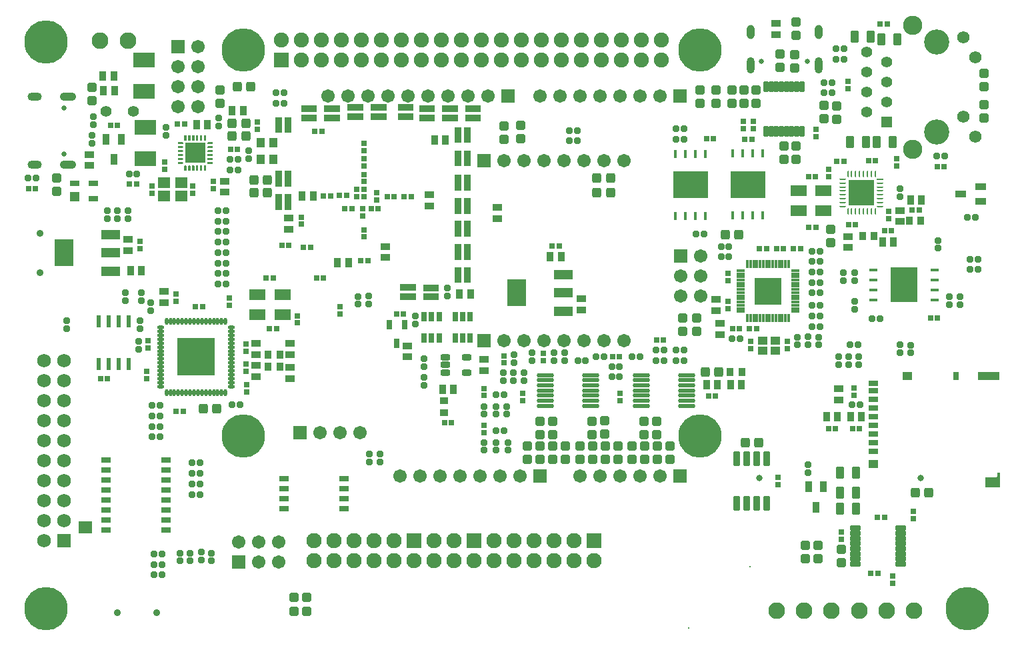
<source format=gbs>
G04*
G04 #@! TF.GenerationSoftware,Altium Limited,Altium Designer,23.10.1 (27)*
G04*
G04 Layer_Color=16711935*
%FSLAX44Y44*%
%MOMM*%
G71*
G04*
G04 #@! TF.SameCoordinates,1E8E639B-A9AB-46FE-9B68-82187C007E20*
G04*
G04*
G04 #@! TF.FilePolarity,Negative*
G04*
G01*
G75*
%ADD26R,0.8000X1.0000*%
%ADD51R,0.6000X1.5500*%
%ADD66R,0.7600X0.7600*%
%ADD67R,1.1532X0.9532*%
G04:AMPARAMS|DCode=74|XSize=0.8032mm|YSize=0.8032mm|CornerRadius=0.1616mm|HoleSize=0mm|Usage=FLASHONLY|Rotation=90.000|XOffset=0mm|YOffset=0mm|HoleType=Round|Shape=RoundedRectangle|*
%AMROUNDEDRECTD74*
21,1,0.8032,0.4800,0,0,90.0*
21,1,0.4800,0.8032,0,0,90.0*
1,1,0.3232,0.2400,0.2400*
1,1,0.3232,0.2400,-0.2400*
1,1,0.3232,-0.2400,-0.2400*
1,1,0.3232,-0.2400,0.2400*
%
%ADD74ROUNDEDRECTD74*%
%ADD75R,0.9532X1.1532*%
G04:AMPARAMS|DCode=82|XSize=0.8032mm|YSize=0.8032mm|CornerRadius=0.1616mm|HoleSize=0mm|Usage=FLASHONLY|Rotation=180.000|XOffset=0mm|YOffset=0mm|HoleType=Round|Shape=RoundedRectangle|*
%AMROUNDEDRECTD82*
21,1,0.8032,0.4800,0,0,180.0*
21,1,0.4800,0.8032,0,0,180.0*
1,1,0.3232,-0.2400,0.2400*
1,1,0.3232,0.2400,0.2400*
1,1,0.3232,0.2400,-0.2400*
1,1,0.3232,-0.2400,-0.2400*
%
%ADD82ROUNDEDRECTD82*%
%ADD83R,0.8382X1.4732*%
G04:AMPARAMS|DCode=85|XSize=1.2032mm|YSize=1.1032mm|CornerRadius=0.2141mm|HoleSize=0mm|Usage=FLASHONLY|Rotation=0.000|XOffset=0mm|YOffset=0mm|HoleType=Round|Shape=RoundedRectangle|*
%AMROUNDEDRECTD85*
21,1,1.2032,0.6750,0,0,0.0*
21,1,0.7750,1.1032,0,0,0.0*
1,1,0.4282,0.3875,-0.3375*
1,1,0.4282,-0.3875,-0.3375*
1,1,0.4282,-0.3875,0.3375*
1,1,0.4282,0.3875,0.3375*
%
%ADD85ROUNDEDRECTD85*%
%ADD87R,1.7032X1.7032*%
%ADD88C,1.7032*%
%ADD89C,0.9000*%
%ADD90C,0.8032*%
%ADD91C,0.5588*%
%ADD92C,5.5032*%
%ADD93C,1.3900*%
%ADD94C,1.9032*%
%ADD95C,2.1032*%
%ADD96C,1.9304*%
%ADD97C,1.4032*%
%ADD98C,1.7532*%
%ADD99C,1.5700*%
%ADD100R,1.7532X1.7532*%
%ADD101R,1.9032X1.9032*%
%ADD102R,1.8796X1.8796*%
%ADD103C,3.2000*%
%ADD104R,1.3900X1.3900*%
%ADD105C,2.4500*%
G04:AMPARAMS|DCode=106|XSize=1mm|YSize=1.8mm|CornerRadius=0.5mm|HoleSize=0mm|Usage=FLASHONLY|Rotation=180.000|XOffset=0mm|YOffset=0mm|HoleType=Round|Shape=RoundedRectangle|*
%AMROUNDEDRECTD106*
21,1,1.0000,0.8000,0,0,180.0*
21,1,0.0000,1.8000,0,0,180.0*
1,1,1.0000,0.0000,0.4000*
1,1,1.0000,0.0000,0.4000*
1,1,1.0000,0.0000,-0.4000*
1,1,1.0000,0.0000,-0.4000*
%
%ADD106ROUNDEDRECTD106*%
G04:AMPARAMS|DCode=107|XSize=1mm|YSize=2.1mm|CornerRadius=0.5mm|HoleSize=0mm|Usage=FLASHONLY|Rotation=180.000|XOffset=0mm|YOffset=0mm|HoleType=Round|Shape=RoundedRectangle|*
%AMROUNDEDRECTD107*
21,1,1.0000,1.1000,0,0,180.0*
21,1,0.0000,2.1000,0,0,180.0*
1,1,1.0000,0.0000,0.5500*
1,1,1.0000,0.0000,0.5500*
1,1,1.0000,0.0000,-0.5500*
1,1,1.0000,0.0000,-0.5500*
%
%ADD107ROUNDEDRECTD107*%
%ADD108C,0.6500*%
%ADD109R,1.7032X1.7032*%
%ADD110C,0.2032*%
%ADD111R,1.9304X1.9304*%
G04:AMPARAMS|DCode=112|XSize=1mm|YSize=2.1mm|CornerRadius=0.5mm|HoleSize=0mm|Usage=FLASHONLY|Rotation=270.000|XOffset=0mm|YOffset=0mm|HoleType=Round|Shape=RoundedRectangle|*
%AMROUNDEDRECTD112*
21,1,1.0000,1.1000,0,0,270.0*
21,1,0.0000,2.1000,0,0,270.0*
1,1,1.0000,-0.5500,0.0000*
1,1,1.0000,-0.5500,0.0000*
1,1,1.0000,0.5500,0.0000*
1,1,1.0000,0.5500,0.0000*
%
%ADD112ROUNDEDRECTD112*%
G04:AMPARAMS|DCode=113|XSize=1mm|YSize=1.8mm|CornerRadius=0.5mm|HoleSize=0mm|Usage=FLASHONLY|Rotation=270.000|XOffset=0mm|YOffset=0mm|HoleType=Round|Shape=RoundedRectangle|*
%AMROUNDEDRECTD113*
21,1,1.0000,0.8000,0,0,270.0*
21,1,0.0000,1.8000,0,0,270.0*
1,1,1.0000,-0.4000,0.0000*
1,1,1.0000,-0.4000,0.0000*
1,1,1.0000,0.4000,0.0000*
1,1,1.0000,0.4000,0.0000*
%
%ADD113ROUNDEDRECTD113*%
%ADD145R,1.2700X0.7600*%
G04:AMPARAMS|DCode=151|XSize=0.8078mm|YSize=0.2393mm|CornerRadius=0.1196mm|HoleSize=0mm|Usage=FLASHONLY|Rotation=180.000|XOffset=0mm|YOffset=0mm|HoleType=Round|Shape=RoundedRectangle|*
%AMROUNDEDRECTD151*
21,1,0.8078,0.0000,0,0,180.0*
21,1,0.5686,0.2393,0,0,180.0*
1,1,0.2393,-0.2843,0.0000*
1,1,0.2393,0.2843,0.0000*
1,1,0.2393,0.2843,0.0000*
1,1,0.2393,-0.2843,0.0000*
%
%ADD151ROUNDEDRECTD151*%
G04:AMPARAMS|DCode=152|XSize=0.2393mm|YSize=0.8078mm|CornerRadius=0.1196mm|HoleSize=0mm|Usage=FLASHONLY|Rotation=180.000|XOffset=0mm|YOffset=0mm|HoleType=Round|Shape=RoundedRectangle|*
%AMROUNDEDRECTD152*
21,1,0.2393,0.5686,0,0,180.0*
21,1,0.0000,0.8078,0,0,180.0*
1,1,0.2393,0.0000,0.2843*
1,1,0.2393,0.0000,0.2843*
1,1,0.2393,0.0000,-0.2843*
1,1,0.2393,0.0000,-0.2843*
%
%ADD152ROUNDEDRECTD152*%
%ADD153R,3.2000X3.2000*%
%ADD154R,4.4000X3.5000*%
G04:AMPARAMS|DCode=155|XSize=1.0611mm|YSize=0.3925mm|CornerRadius=0.1962mm|HoleSize=0mm|Usage=FLASHONLY|Rotation=90.000|XOffset=0mm|YOffset=0mm|HoleType=Round|Shape=RoundedRectangle|*
%AMROUNDEDRECTD155*
21,1,1.0611,0.0000,0,0,90.0*
21,1,0.6686,0.3925,0,0,90.0*
1,1,0.3925,0.0000,0.3343*
1,1,0.3925,0.0000,-0.3343*
1,1,0.3925,0.0000,-0.3343*
1,1,0.3925,0.0000,0.3343*
%
%ADD155ROUNDEDRECTD155*%
%ADD156R,3.5000X4.4000*%
G04:AMPARAMS|DCode=157|XSize=1.0611mm|YSize=0.3925mm|CornerRadius=0.1962mm|HoleSize=0mm|Usage=FLASHONLY|Rotation=0.000|XOffset=0mm|YOffset=0mm|HoleType=Round|Shape=RoundedRectangle|*
%AMROUNDEDRECTD157*
21,1,1.0611,0.0000,0,0,0.0*
21,1,0.6686,0.3925,0,0,0.0*
1,1,0.3925,0.3343,0.0000*
1,1,0.3925,-0.3343,0.0000*
1,1,0.3925,-0.3343,0.0000*
1,1,0.3925,0.3343,0.0000*
%
%ADD157ROUNDEDRECTD157*%
%ADD158R,2.8000X1.0000*%
%ADD159R,1.2000X1.0000*%
%ADD163C,1.1447*%
%ADD164R,1.2000X0.7000*%
%ADD168R,1.1000X1.3000*%
%ADD169R,2.5000X2.5000*%
%ADD178R,0.3925X1.0611*%
%ADD179R,1.0611X0.3925*%
%ADD180R,0.8078X0.2393*%
%ADD181C,0.2520*%
%ADD187R,1.8000X1.6000*%
%ADD188R,2.1032X1.4032*%
G04:AMPARAMS|DCode=189|XSize=1.2032mm|YSize=1.1032mm|CornerRadius=0.2141mm|HoleSize=0mm|Usage=FLASHONLY|Rotation=90.000|XOffset=0mm|YOffset=0mm|HoleType=Round|Shape=RoundedRectangle|*
%AMROUNDEDRECTD189*
21,1,1.2032,0.6750,0,0,90.0*
21,1,0.7750,1.1032,0,0,90.0*
1,1,0.4282,0.3375,0.3875*
1,1,0.4282,0.3375,-0.3875*
1,1,0.4282,-0.3375,-0.3875*
1,1,0.4282,-0.3375,0.3875*
%
%ADD189ROUNDEDRECTD189*%
%ADD190R,0.5032X0.8532*%
%ADD191R,0.7600X0.7600*%
G04:AMPARAMS|DCode=192|XSize=0.6032mm|YSize=1.4032mm|CornerRadius=0.1516mm|HoleSize=0mm|Usage=FLASHONLY|Rotation=90.000|XOffset=0mm|YOffset=0mm|HoleType=Round|Shape=RoundedRectangle|*
%AMROUNDEDRECTD192*
21,1,0.6032,1.1000,0,0,90.0*
21,1,0.3000,1.4032,0,0,90.0*
1,1,0.3032,0.5500,0.1500*
1,1,0.3032,0.5500,-0.1500*
1,1,0.3032,-0.5500,-0.1500*
1,1,0.3032,-0.5500,0.1500*
%
%ADD192ROUNDEDRECTD192*%
G04:AMPARAMS|DCode=193|XSize=1.5032mm|YSize=1.0032mm|CornerRadius=0.2016mm|HoleSize=0mm|Usage=FLASHONLY|Rotation=90.000|XOffset=0mm|YOffset=0mm|HoleType=Round|Shape=RoundedRectangle|*
%AMROUNDEDRECTD193*
21,1,1.5032,0.6000,0,0,90.0*
21,1,1.1000,1.0032,0,0,90.0*
1,1,0.4032,0.3000,0.5500*
1,1,0.4032,0.3000,-0.5500*
1,1,0.4032,-0.3000,-0.5500*
1,1,0.4032,-0.3000,0.5500*
%
%ADD193ROUNDEDRECTD193*%
%ADD194R,0.8032X1.2032*%
G04:AMPARAMS|DCode=195|XSize=1.2532mm|YSize=0.8032mm|CornerRadius=0.2516mm|HoleSize=0mm|Usage=FLASHONLY|Rotation=180.000|XOffset=0mm|YOffset=0mm|HoleType=Round|Shape=RoundedRectangle|*
%AMROUNDEDRECTD195*
21,1,1.2532,0.3000,0,0,180.0*
21,1,0.7500,0.8032,0,0,180.0*
1,1,0.5032,-0.3750,0.1500*
1,1,0.5032,0.3750,0.1500*
1,1,0.5032,0.3750,-0.1500*
1,1,0.5032,-0.3750,-0.1500*
%
%ADD195ROUNDEDRECTD195*%
%ADD196O,2.2032X0.5532*%
G04:AMPARAMS|DCode=197|XSize=0.6032mm|YSize=1.4032mm|CornerRadius=0.1516mm|HoleSize=0mm|Usage=FLASHONLY|Rotation=180.000|XOffset=0mm|YOffset=0mm|HoleType=Round|Shape=RoundedRectangle|*
%AMROUNDEDRECTD197*
21,1,0.6032,1.1000,0,0,180.0*
21,1,0.3000,1.4032,0,0,180.0*
1,1,0.3032,-0.1500,0.5500*
1,1,0.3032,0.1500,0.5500*
1,1,0.3032,0.1500,-0.5500*
1,1,0.3032,-0.1500,-0.5500*
%
%ADD197ROUNDEDRECTD197*%
%ADD198R,1.4032X0.8532*%
%ADD199R,3.4032X3.4032*%
%ADD200R,0.4032X1.0532*%
%ADD201R,1.1532X1.0032*%
%ADD202R,0.8532X1.4032*%
%ADD203R,2.3532X1.2032*%
G04:AMPARAMS|DCode=204|XSize=0.8532mm|YSize=1.8532mm|CornerRadius=0.1504mm|HoleSize=0mm|Usage=FLASHONLY|Rotation=0.000|XOffset=0mm|YOffset=0mm|HoleType=Round|Shape=RoundedRectangle|*
%AMROUNDEDRECTD204*
21,1,0.8532,1.5525,0,0,0.0*
21,1,0.5525,1.8532,0,0,0.0*
1,1,0.3007,0.2763,-0.7763*
1,1,0.3007,-0.2763,-0.7763*
1,1,0.3007,-0.2763,0.7763*
1,1,0.3007,0.2763,0.7763*
%
%ADD204ROUNDEDRECTD204*%
%ADD205R,1.6032X1.4032*%
%ADD206R,1.2032X1.2032*%
%ADD207O,0.9532X0.4532*%
%ADD208R,4.7032X4.7032*%
%ADD209O,0.4532X0.9532*%
%ADD210R,0.8532X0.5032*%
%ADD211R,0.8432X1.1232*%
%ADD212R,2.3532X3.4532*%
%ADD213R,1.0532X0.4032*%
%ADD214R,2.7032X1.9032*%
%ADD215R,1.2032X0.8032*%
%ADD216R,1.1232X0.8432*%
G36*
X633280Y887807D02*
X633674Y887413D01*
X633887Y886898D01*
Y886620D01*
Y886341D01*
X633674Y885827D01*
X633280Y885433D01*
X632766Y885220D01*
X626987D01*
Y888020D01*
X632766D01*
X633280Y887807D01*
D02*
G37*
G36*
X632487Y893020D02*
X632766D01*
X633280Y892807D01*
X633674Y892413D01*
X633887Y891898D01*
Y891620D01*
Y891341D01*
X633674Y890827D01*
X633280Y890433D01*
X632766Y890220D01*
X626987D01*
Y893020D01*
X632487D01*
Y893020D01*
D02*
G37*
G36*
X633280Y897807D02*
X633674Y897413D01*
X633887Y896898D01*
Y896620D01*
Y896341D01*
X633674Y895827D01*
X633280Y895433D01*
X632766Y895220D01*
X626987D01*
Y898020D01*
X632766D01*
X633280Y897807D01*
D02*
G37*
G36*
X637556Y883532D02*
X637949Y883138D01*
X638162Y882624D01*
Y882345D01*
Y876845D01*
X635363D01*
Y882345D01*
Y882624D01*
X635576Y883138D01*
X635970Y883532D01*
X636484Y883745D01*
X637041D01*
X637556Y883532D01*
D02*
G37*
G36*
X642555D02*
X642949Y883138D01*
X643163Y882624D01*
Y882345D01*
X643163Y876845D01*
X640362D01*
Y882345D01*
Y882624D01*
X640576Y883138D01*
X640969Y883532D01*
X641484Y883745D01*
X642041D01*
X642555Y883532D01*
D02*
G37*
G36*
X647556D02*
X647949Y883138D01*
X648163Y882624D01*
Y882345D01*
Y876845D01*
X645362D01*
Y882345D01*
Y882624D01*
X645576Y883138D01*
X645969Y883532D01*
X646484Y883745D01*
X647041D01*
X647556Y883532D01*
D02*
G37*
G36*
X633280Y902807D02*
X633674Y902413D01*
X633887Y901898D01*
Y901620D01*
Y901341D01*
X633674Y900827D01*
X633280Y900433D01*
X632766Y900220D01*
X626987D01*
Y903020D01*
X632766D01*
X633280Y902807D01*
D02*
G37*
G36*
Y907807D02*
X633674Y907413D01*
X633887Y906898D01*
Y906620D01*
Y906341D01*
X633674Y905827D01*
X633280Y905433D01*
X632766Y905220D01*
X632487D01*
X626987Y905220D01*
Y908020D01*
X632766D01*
X633280Y907807D01*
D02*
G37*
G36*
Y912807D02*
X633674Y912413D01*
X633887Y911898D01*
Y911620D01*
Y911341D01*
X633674Y910827D01*
X633280Y910433D01*
X632766Y910220D01*
X626987D01*
Y913020D01*
X632766D01*
X633280Y912807D01*
D02*
G37*
G36*
X638162Y915895D02*
Y915617D01*
X637949Y915102D01*
X637556Y914708D01*
X637041Y914495D01*
X636484D01*
X635970Y914708D01*
X635576Y915102D01*
X635363Y915617D01*
Y915895D01*
Y921395D01*
X638162D01*
Y915895D01*
D02*
G37*
G36*
X643163D02*
X643163D01*
Y915617D01*
X642949Y915102D01*
X642555Y914708D01*
X642041Y914495D01*
X641484D01*
X640969Y914708D01*
X640576Y915102D01*
X640362Y915617D01*
Y915895D01*
Y921395D01*
X643163D01*
Y915895D01*
D02*
G37*
G36*
X648163D02*
Y915617D01*
X647949Y915102D01*
X647556Y914708D01*
X647041Y914495D01*
X646484D01*
X645969Y914708D01*
X645576Y915102D01*
X645362Y915617D01*
Y915895D01*
Y921395D01*
X648163D01*
Y915895D01*
D02*
G37*
G36*
X663163D02*
Y915617D01*
X662949Y915102D01*
X662555Y914708D01*
X662041Y914495D01*
X661484D01*
X660969Y914708D01*
X660576Y915102D01*
X660362Y915617D01*
Y915895D01*
Y921395D01*
X663163D01*
Y915895D01*
D02*
G37*
G36*
X658163D02*
Y915617D01*
X657949Y915102D01*
X657556Y914708D01*
X657041Y914495D01*
X656484D01*
X655969Y914708D01*
X655576Y915102D01*
X655362Y915617D01*
Y915895D01*
X655362Y921395D01*
X658163D01*
Y915895D01*
D02*
G37*
G36*
X653163D02*
Y915617D01*
X652949Y915102D01*
X652555Y914708D01*
X652041Y914495D01*
X651484D01*
X650969Y914708D01*
X650576Y915102D01*
X650362Y915617D01*
Y915895D01*
Y921395D01*
X653163D01*
Y915895D01*
D02*
G37*
G36*
X671537Y910220D02*
X665759D01*
X665245Y910433D01*
X664851Y910827D01*
X664638Y911341D01*
Y911620D01*
Y911898D01*
X664851Y912413D01*
X665245Y912807D01*
X665759Y913020D01*
X671537D01*
Y910220D01*
D02*
G37*
G36*
Y905220D02*
X666038D01*
Y905220D01*
X665759D01*
X665245Y905433D01*
X664851Y905827D01*
X664638Y906341D01*
Y906620D01*
Y906898D01*
X664851Y907413D01*
X665245Y907807D01*
X665759Y908020D01*
X671537D01*
Y905220D01*
D02*
G37*
G36*
Y900220D02*
X665759D01*
X665245Y900433D01*
X664851Y900827D01*
X664638Y901341D01*
Y901620D01*
Y901898D01*
X664851Y902413D01*
X665245Y902807D01*
X665759Y903020D01*
X671537D01*
Y900220D01*
D02*
G37*
G36*
Y895220D02*
X665759D01*
X665245Y895433D01*
X664851Y895827D01*
X664638Y896341D01*
Y896620D01*
Y896898D01*
X664851Y897413D01*
X665245Y897807D01*
X665759Y898020D01*
X671537D01*
Y895220D01*
D02*
G37*
G36*
Y890220D02*
X665759D01*
X665245Y890433D01*
X664851Y890827D01*
X664638Y891341D01*
Y891620D01*
Y891898D01*
X664851Y892413D01*
X665245Y892807D01*
X665759Y893020D01*
X666038D01*
X671537Y893020D01*
Y890220D01*
D02*
G37*
G36*
Y885220D02*
X665759D01*
X665245Y885433D01*
X664851Y885827D01*
X664638Y886341D01*
Y886620D01*
Y886898D01*
X664851Y887413D01*
X665245Y887807D01*
X665759Y888020D01*
X671537D01*
Y885220D01*
D02*
G37*
G36*
X662555Y883532D02*
X662949Y883138D01*
X663163Y882624D01*
Y882345D01*
Y876845D01*
X660362D01*
Y882345D01*
Y882624D01*
X660576Y883138D01*
X660969Y883532D01*
X661484Y883745D01*
X662041D01*
X662555Y883532D01*
D02*
G37*
G36*
X657556D02*
X657949Y883138D01*
X658163Y882624D01*
Y882345D01*
Y876845D01*
X655362D01*
Y882345D01*
X655362D01*
Y882624D01*
X655576Y883138D01*
X655969Y883532D01*
X656484Y883745D01*
X657041D01*
X657556Y883532D01*
D02*
G37*
G36*
X652555D02*
X652949Y883138D01*
X653163Y882624D01*
Y882345D01*
Y876845D01*
X650362D01*
Y882345D01*
Y882624D01*
X650576Y883138D01*
X650969Y883532D01*
X651484Y883745D01*
X652041D01*
X652555Y883532D01*
D02*
G37*
G36*
X1671350Y474346D02*
X1652350D01*
Y487346D01*
X1666350D01*
X1667850Y488846D01*
Y492846D01*
X1671350D01*
Y474346D01*
D02*
G37*
D26*
X1615850Y615846D02*
D03*
D51*
X527050Y684860D02*
D03*
X539750D02*
D03*
X552450D02*
D03*
X565150D02*
D03*
X552450Y630860D02*
D03*
X527050D02*
D03*
X539750D02*
D03*
X565150D02*
D03*
D66*
X1470000Y417600D02*
D03*
Y408400D02*
D03*
X1540000Y891600D02*
D03*
Y882400D02*
D03*
X1453725Y869139D02*
D03*
Y878339D02*
D03*
X728000Y938600D02*
D03*
Y929400D02*
D03*
X864000Y862730D02*
D03*
Y871930D02*
D03*
Y843400D02*
D03*
Y852600D02*
D03*
X854000Y843400D02*
D03*
Y852600D02*
D03*
X861963Y819360D02*
D03*
Y828560D02*
D03*
X1065324Y584600D02*
D03*
X1188720Y584680D02*
D03*
X1478280Y990120D02*
D03*
X1437640Y929160D02*
D03*
X1357652Y939320D02*
D03*
X1345473D02*
D03*
X1530350Y825020D02*
D03*
X880000Y839400D02*
D03*
X1485900Y600776D02*
D03*
X1401587Y659920D02*
D03*
X1354370Y650720D02*
D03*
X1561000Y443600D02*
D03*
X1535000Y352400D02*
D03*
X1389380Y478000D02*
D03*
X1325880Y737080D02*
D03*
Y701520D02*
D03*
X864000Y902400D02*
D03*
Y891600D02*
D03*
Y801600D02*
D03*
X784000Y808480D02*
D03*
X610870Y878050D02*
D03*
X672467Y853534D02*
D03*
X646430Y856770D02*
D03*
X594795Y847570D02*
D03*
X579000Y786600D02*
D03*
X833000Y704200D02*
D03*
X779331Y683177D02*
D03*
X693000Y714600D02*
D03*
X714000Y647400D02*
D03*
Y622000D02*
D03*
X715000Y595800D02*
D03*
X625000Y719600D02*
D03*
X589000Y660600D02*
D03*
X588000Y612400D02*
D03*
X1485900Y591576D02*
D03*
X1530350Y815820D02*
D03*
X1478280Y980920D02*
D03*
X693000Y705400D02*
D03*
X589000Y651400D02*
D03*
X715000Y605000D02*
D03*
X588000Y621600D02*
D03*
X1016000Y544196D02*
D03*
X784000Y817679D02*
D03*
X880000Y848600D02*
D03*
X1016000Y590945D02*
D03*
X1091578Y635480D02*
D03*
X1041400Y641585D02*
D03*
X625000Y710400D02*
D03*
X864000Y792400D02*
D03*
Y911600D02*
D03*
Y882400D02*
D03*
X1389380Y487200D02*
D03*
X1325880Y710720D02*
D03*
Y746280D02*
D03*
X1016000Y553396D02*
D03*
X1091578Y644680D02*
D03*
X1016000Y600144D02*
D03*
X1041400Y632385D02*
D03*
X779331Y692377D02*
D03*
X1401587Y650720D02*
D03*
X1354370Y659920D02*
D03*
X833000Y695000D02*
D03*
X1345473Y930120D02*
D03*
X1357652D02*
D03*
X1437640Y919960D02*
D03*
X579000Y777400D02*
D03*
X1561000Y434400D02*
D03*
X1535000Y361600D02*
D03*
X1065324Y593800D02*
D03*
X1188720Y593880D02*
D03*
X714000Y656600D02*
D03*
Y631200D02*
D03*
X646430Y847570D02*
D03*
X594795Y856770D02*
D03*
X610870Y887250D02*
D03*
X672467Y862735D02*
D03*
D67*
X1016000Y636920D02*
D03*
X919000Y640000D02*
D03*
X1386840Y1049640D02*
D03*
X1544320Y826150D02*
D03*
X947000Y846000D02*
D03*
X1033000Y830000D02*
D03*
X1478280Y779130D02*
D03*
X1466850Y599578D02*
D03*
X890730Y766290D02*
D03*
X1310640Y699120D02*
D03*
X1315720Y668640D02*
D03*
X1140000Y714000D02*
D03*
X768000Y802482D02*
D03*
X514682Y883270D02*
D03*
X686816Y849488D02*
D03*
X564000Y789000D02*
D03*
X769620Y657240D02*
D03*
X726440Y615300D02*
D03*
Y643240D02*
D03*
X769620Y612760D02*
D03*
X610000Y723000D02*
D03*
X1466850Y585578D02*
D03*
X1544320Y812150D02*
D03*
X947000Y832000D02*
D03*
X1478280Y793130D02*
D03*
X768000Y816481D02*
D03*
X1033000Y816000D02*
D03*
X769620Y626760D02*
D03*
Y643240D02*
D03*
X1140000Y700000D02*
D03*
X1310640Y713120D02*
D03*
X890730Y780290D02*
D03*
X919000Y654000D02*
D03*
X1315720Y682640D02*
D03*
X1386840Y1063640D02*
D03*
X564000Y775000D02*
D03*
X1016000Y622920D02*
D03*
X610000Y709000D02*
D03*
X726440Y657240D02*
D03*
Y629300D02*
D03*
X686816Y863488D02*
D03*
X514682Y897270D02*
D03*
D74*
X1633000Y751000D02*
D03*
X1643000D02*
D03*
X1124590Y927689D02*
D03*
X1134590D02*
D03*
Y914400D02*
D03*
X1124590D02*
D03*
X1178165Y627968D02*
D03*
X1158320Y640080D02*
D03*
X1269920Y635351D02*
D03*
Y648639D02*
D03*
X1473120Y1017952D02*
D03*
X1601000Y895000D02*
D03*
X703500Y877392D02*
D03*
X565230Y872364D02*
D03*
X447000Y867000D02*
D03*
X1643000Y764000D02*
D03*
X1633000D02*
D03*
X1640000Y817000D02*
D03*
X1630000D02*
D03*
X688345Y732766D02*
D03*
X678345D02*
D03*
Y746055D02*
D03*
X688345D02*
D03*
X678345Y759343D02*
D03*
X688345D02*
D03*
X678345Y772632D02*
D03*
X688345D02*
D03*
X678505Y785920D02*
D03*
X688505D02*
D03*
X678345Y799209D02*
D03*
X688345D02*
D03*
X678345Y812497D02*
D03*
X688345D02*
D03*
X678345Y825786D02*
D03*
X688345D02*
D03*
X604440Y578399D02*
D03*
X594440D02*
D03*
X604440Y565110D02*
D03*
X594440D02*
D03*
X604440Y551768D02*
D03*
X594440D02*
D03*
X604440Y538480D02*
D03*
X594440D02*
D03*
X655320Y505460D02*
D03*
X645320D02*
D03*
X655240Y492172D02*
D03*
X645240D02*
D03*
X655320Y478883D02*
D03*
X645320D02*
D03*
X655240Y464820D02*
D03*
X645240D02*
D03*
X607060Y363220D02*
D03*
X597060D02*
D03*
X606980Y376508D02*
D03*
X596980D02*
D03*
X606980Y389797D02*
D03*
X596980D02*
D03*
X1490900Y656035D02*
D03*
X1480900D02*
D03*
X1493440Y579120D02*
D03*
X1483440D02*
D03*
X1591000Y895000D02*
D03*
X1168320Y640080D02*
D03*
X1442640Y761226D02*
D03*
X1432640D02*
D03*
X703500Y890680D02*
D03*
X693500D02*
D03*
X1518840Y688366D02*
D03*
X1442640Y692057D02*
D03*
X1285320Y796306D02*
D03*
X1259920Y929640D02*
D03*
Y916234D02*
D03*
X751920Y962072D02*
D03*
X1331040Y662906D02*
D03*
X1031320Y546810D02*
D03*
X1234520Y648639D02*
D03*
X1031320Y592530D02*
D03*
X1442640Y678768D02*
D03*
X1259920Y648639D02*
D03*
X1204040Y640351D02*
D03*
X1508840Y688366D02*
D03*
X1341040Y662906D02*
D03*
X761920Y975360D02*
D03*
X751920D02*
D03*
X761920Y962072D02*
D03*
X1317070Y780368D02*
D03*
X1327070D02*
D03*
X1442640Y774514D02*
D03*
X1432640D02*
D03*
X1317150Y767080D02*
D03*
X1327150D02*
D03*
X1442640Y747937D02*
D03*
X1432640D02*
D03*
X1442560Y734649D02*
D03*
X1432560D02*
D03*
X1269920Y916234D02*
D03*
X1442560Y721360D02*
D03*
X1432560D02*
D03*
X1442640Y705346D02*
D03*
X1432640D02*
D03*
X1269920Y929640D02*
D03*
X1432640Y692057D02*
D03*
X1295320Y796306D02*
D03*
X1432640Y678768D02*
D03*
X1473120Y1031240D02*
D03*
X1463120D02*
D03*
Y1017952D02*
D03*
X1447880Y975360D02*
D03*
X1457880D02*
D03*
X1447880Y988649D02*
D03*
X1457880D02*
D03*
X1244520Y648639D02*
D03*
X1234600Y635351D02*
D03*
X1244600D02*
D03*
X1259920D02*
D03*
X1214040Y640351D02*
D03*
X1145031Y635472D02*
D03*
X1135032D02*
D03*
X1178165Y614680D02*
D03*
X1188165D02*
D03*
Y627968D02*
D03*
X1041320Y546810D02*
D03*
Y592530D02*
D03*
X696040Y579120D02*
D03*
X706040D02*
D03*
X575230Y872364D02*
D03*
X693500Y877392D02*
D03*
X437000Y867000D02*
D03*
D75*
X798958Y844836D02*
D03*
X784958D02*
D03*
X977280Y598869D02*
D03*
X1312645Y604496D02*
D03*
X1557640Y839470D02*
D03*
X967120Y915670D02*
D03*
X1536080Y785760D02*
D03*
X1343040Y604496D02*
D03*
X1481440Y563880D02*
D03*
X1450960D02*
D03*
X1114000Y767000D02*
D03*
X998870Y719563D02*
D03*
X710100Y953180D02*
D03*
X664860Y934720D02*
D03*
X532100Y996950D02*
D03*
X532750Y977900D02*
D03*
X829921Y760000D02*
D03*
X581000Y750000D02*
D03*
X1571640Y839470D02*
D03*
X1522080Y785760D02*
D03*
X1100000Y767000D02*
D03*
X843921Y760000D02*
D03*
X984870Y719563D02*
D03*
X1464960Y563880D02*
D03*
X1495440D02*
D03*
X953120Y915670D02*
D03*
X567000Y750000D02*
D03*
X1329040Y604496D02*
D03*
X1298645Y604496D02*
D03*
X963280Y598869D02*
D03*
X696100Y953180D02*
D03*
X650860Y934720D02*
D03*
X546100Y996950D02*
D03*
X546750Y977900D02*
D03*
D82*
X1593000Y778000D02*
D03*
Y788000D02*
D03*
X593000Y699000D02*
D03*
Y709000D02*
D03*
X929000Y692000D02*
D03*
Y682000D02*
D03*
X940000Y604000D02*
D03*
X1031240Y521490D02*
D03*
X1016000D02*
D03*
X1031240Y567210D02*
D03*
X1016000Y567290D02*
D03*
X1053512Y609680D02*
D03*
X1040223D02*
D03*
X1118188Y635472D02*
D03*
X1076960D02*
D03*
X1544320Y843360D02*
D03*
X1427480Y502840D02*
D03*
X716788Y901907D02*
D03*
X520000Y945000D02*
D03*
X486000Y676000D02*
D03*
Y686000D02*
D03*
X560796Y721608D02*
D03*
X560796Y711608D02*
D03*
X580810Y711280D02*
D03*
Y721280D02*
D03*
X550592Y825565D02*
D03*
Y815565D02*
D03*
X563880Y825420D02*
D03*
Y815420D02*
D03*
X537303Y825565D02*
D03*
Y815565D02*
D03*
X969556Y717630D02*
D03*
Y727630D02*
D03*
X884000Y517000D02*
D03*
Y507000D02*
D03*
X870000Y517000D02*
D03*
Y507000D02*
D03*
X579120Y675720D02*
D03*
Y685720D02*
D03*
X1466850Y640000D02*
D03*
Y630000D02*
D03*
X1479550Y640000D02*
D03*
Y630000D02*
D03*
X1492250Y640000D02*
D03*
Y630000D02*
D03*
X1544320Y655240D02*
D03*
Y645240D02*
D03*
X1558290Y645160D02*
D03*
Y655160D02*
D03*
X1544320Y853360D02*
D03*
X630000Y391000D02*
D03*
Y381000D02*
D03*
X643000Y391000D02*
D03*
Y381000D02*
D03*
X657000Y392000D02*
D03*
Y382000D02*
D03*
X670000Y381000D02*
D03*
Y391000D02*
D03*
X1487186Y710263D02*
D03*
Y700263D02*
D03*
X716788Y891907D02*
D03*
X1016000Y531490D02*
D03*
X1487170Y746680D02*
D03*
X1016000Y577290D02*
D03*
X1104900Y635472D02*
D03*
X869259Y717062D02*
D03*
X855971Y716982D02*
D03*
X1054134Y642969D02*
D03*
X1607114Y706200D02*
D03*
X1472635Y746765D02*
D03*
X1414321Y655320D02*
D03*
X1076960Y645472D02*
D03*
X1620520Y706200D02*
D03*
X1440898Y655320D02*
D03*
X1040223Y619680D02*
D03*
X1427609Y655480D02*
D03*
X940000Y614000D02*
D03*
X1427480Y492840D02*
D03*
X855971Y706982D02*
D03*
X869259Y707062D02*
D03*
X1472635Y736765D02*
D03*
X1487170Y736680D02*
D03*
X1620520Y716200D02*
D03*
X1607114D02*
D03*
X1414321Y665320D02*
D03*
X1440898D02*
D03*
X1427609Y665480D02*
D03*
X1118188Y645472D02*
D03*
X1104900D02*
D03*
X1066800Y619680D02*
D03*
Y609680D02*
D03*
X1054134Y632969D02*
D03*
X1031240Y577210D02*
D03*
X1053512Y619680D02*
D03*
X1044529Y567210D02*
D03*
Y577210D02*
D03*
X1031240Y531490D02*
D03*
X1046480Y521490D02*
D03*
Y531490D02*
D03*
X940000Y638000D02*
D03*
Y628000D02*
D03*
X577810Y650105D02*
D03*
Y660105D02*
D03*
X679450Y933610D02*
D03*
Y943610D02*
D03*
X612024Y921869D02*
D03*
Y931869D02*
D03*
X520000Y935000D02*
D03*
X517821Y911174D02*
D03*
Y921173D02*
D03*
D83*
X514119Y424000D02*
D03*
X505881D02*
D03*
D85*
X1041000Y916500D02*
D03*
Y933500D02*
D03*
X1063000Y917000D02*
D03*
Y934000D02*
D03*
X1087200Y558679D02*
D03*
X1103219D02*
D03*
X1153240D02*
D03*
X1169258Y558800D02*
D03*
X1219200Y558679D02*
D03*
X1235219D02*
D03*
X1463819Y958460D02*
D03*
X1412240Y1048140D02*
D03*
X1410415Y1024040D02*
D03*
X1391920Y1024500D02*
D03*
X1330960Y961780D02*
D03*
X680832Y978780D02*
D03*
X518000Y982500D02*
D03*
X473710Y850020D02*
D03*
X1268000Y689500D02*
D03*
Y672500D02*
D03*
X1651000Y960500D02*
D03*
Y943500D02*
D03*
Y1000500D02*
D03*
Y983500D02*
D03*
X1456690Y802250D02*
D03*
Y785250D02*
D03*
X1286000Y689500D02*
D03*
Y672500D02*
D03*
X680832Y961780D02*
D03*
X1138000Y526660D02*
D03*
X1203960D02*
D03*
X1119237D02*
D03*
X1186056D02*
D03*
X774700Y317382D02*
D03*
X1424161Y383930D02*
D03*
X791090Y317382D02*
D03*
X1470000Y378500D02*
D03*
X1440180Y383930D02*
D03*
X1252016Y526660D02*
D03*
X1087200D02*
D03*
X1440180Y400930D02*
D03*
X1290320Y978780D02*
D03*
Y961780D02*
D03*
X1447800Y959731D02*
D03*
Y942730D02*
D03*
X1463819Y941460D02*
D03*
X1361440Y978780D02*
D03*
Y961780D02*
D03*
X1412240Y1065140D02*
D03*
X1310640Y961780D02*
D03*
Y978780D02*
D03*
X1410415Y1007040D02*
D03*
X1397000Y890660D02*
D03*
Y907660D02*
D03*
X1391920Y1007500D02*
D03*
X1330960Y978780D02*
D03*
X1412240Y890660D02*
D03*
Y907660D02*
D03*
X1346200Y978780D02*
D03*
Y961780D02*
D03*
X1235219Y541679D02*
D03*
X1219200D02*
D03*
X1219979Y509660D02*
D03*
Y526660D02*
D03*
X1235997Y509660D02*
D03*
Y526660D02*
D03*
X1203960Y509660D02*
D03*
X1252016D02*
D03*
X1470000Y395500D02*
D03*
X1087200Y541679D02*
D03*
X1103219D02*
D03*
X1169258Y541800D02*
D03*
X1153240Y541679D02*
D03*
X1087200Y509660D02*
D03*
X1103219D02*
D03*
Y526660D02*
D03*
X1170037Y509660D02*
D03*
Y526660D02*
D03*
X1154018Y509660D02*
D03*
Y526660D02*
D03*
X1138000Y509660D02*
D03*
X1186056D02*
D03*
X1071181D02*
D03*
Y526660D02*
D03*
X1119237Y509660D02*
D03*
X791090Y334382D02*
D03*
X1424161Y400930D02*
D03*
X774700Y334382D02*
D03*
X518000Y965500D02*
D03*
X473710Y867020D02*
D03*
D87*
X1086800Y489200D02*
D03*
X782320Y543560D02*
D03*
X704850Y379730D02*
D03*
X1046160Y971800D02*
D03*
X1264600Y489200D02*
D03*
X1016000Y889000D02*
D03*
X1264600Y971800D02*
D03*
X1016000Y660400D02*
D03*
D88*
X1010600Y489200D02*
D03*
X909000D02*
D03*
X934400D02*
D03*
X985200D02*
D03*
X959800D02*
D03*
X1036000D02*
D03*
X1061400D02*
D03*
X1193800Y889000D02*
D03*
X893760Y971800D02*
D03*
X1291400Y717300D02*
D03*
X1193800Y660400D02*
D03*
X858520Y543560D02*
D03*
X755650Y405130D02*
D03*
X652780Y1033780D02*
D03*
X755650Y379730D02*
D03*
X652780Y1008380D02*
D03*
Y982980D02*
D03*
X1168400Y660400D02*
D03*
X1291400Y768100D02*
D03*
X704850Y405130D02*
D03*
X730250Y379730D02*
D03*
X652780Y957580D02*
D03*
X730250Y405130D02*
D03*
X995360Y971800D02*
D03*
X817560D02*
D03*
X842960D02*
D03*
X868360D02*
D03*
X919160D02*
D03*
X944560D02*
D03*
X969960D02*
D03*
X1020760D02*
D03*
X1239200Y489200D02*
D03*
X1213800D02*
D03*
X1188400D02*
D03*
X1163000D02*
D03*
X1137600D02*
D03*
X1266000Y717300D02*
D03*
X1291400Y742700D02*
D03*
X1266000D02*
D03*
X627380Y957580D02*
D03*
Y982980D02*
D03*
Y1008380D02*
D03*
X1168400Y889000D02*
D03*
X1143000D02*
D03*
X1117600D02*
D03*
X1092200D02*
D03*
X1066800D02*
D03*
X1041400D02*
D03*
X833120Y543560D02*
D03*
X807720D02*
D03*
X1086800Y971800D02*
D03*
X1112200D02*
D03*
X1137600D02*
D03*
X1163000D02*
D03*
X1188400D02*
D03*
X1213800D02*
D03*
X1239200D02*
D03*
X1041400Y660400D02*
D03*
X1066800D02*
D03*
X1092200D02*
D03*
X1117600D02*
D03*
X1143000D02*
D03*
D89*
X452000Y747000D02*
D03*
Y797000D02*
D03*
X600000Y315000D02*
D03*
X550000D02*
D03*
D90*
X1570501Y486002D02*
D03*
X1366000D02*
D03*
D91*
X1290000Y519119D02*
D03*
X1275235Y525235D02*
D03*
X1269119Y540000D02*
D03*
X1275235Y554765D02*
D03*
X1290000Y560881D02*
D03*
X1304765Y554765D02*
D03*
X1310881Y540000D02*
D03*
X1304765Y525235D02*
D03*
X724765D02*
D03*
X730881Y540000D02*
D03*
X724765Y554765D02*
D03*
X710000Y560881D02*
D03*
X695235Y554765D02*
D03*
X689119Y540000D02*
D03*
X695235Y525235D02*
D03*
X710000Y519119D02*
D03*
Y1009119D02*
D03*
X695235Y1015235D02*
D03*
X689119Y1030000D02*
D03*
X695235Y1044765D02*
D03*
X710000Y1050881D02*
D03*
X724765Y1044765D02*
D03*
X730881Y1030000D02*
D03*
X724765Y1015235D02*
D03*
X1304765D02*
D03*
X1310881Y1030000D02*
D03*
X1304765Y1044765D02*
D03*
X1290000Y1050881D02*
D03*
X1275235Y1044765D02*
D03*
X1269119Y1030000D02*
D03*
X1275235Y1015235D02*
D03*
X1290000Y1009119D02*
D03*
X460000Y299119D02*
D03*
X445235Y305235D02*
D03*
X439119Y320000D02*
D03*
X445235Y334765D02*
D03*
X460000Y340881D02*
D03*
X474765Y334765D02*
D03*
X480881Y320000D02*
D03*
X474765Y305235D02*
D03*
X1644765D02*
D03*
X1650881Y320000D02*
D03*
X1644765Y334765D02*
D03*
X1630000Y340881D02*
D03*
X1615235Y334765D02*
D03*
X1609119Y320000D02*
D03*
X1615235Y305235D02*
D03*
X1630000Y299119D02*
D03*
X460000Y1019119D02*
D03*
X445235Y1025235D02*
D03*
X439119Y1040000D02*
D03*
X445235Y1054765D02*
D03*
X460000Y1060881D02*
D03*
X474765Y1054765D02*
D03*
X480881Y1040000D02*
D03*
X474765Y1025235D02*
D03*
D92*
X1290000Y540000D02*
D03*
X710000D02*
D03*
Y1030000D02*
D03*
X1290000D02*
D03*
X460000Y320000D02*
D03*
X1630000D02*
D03*
X460000Y1040000D02*
D03*
D93*
X1502300Y1027300D02*
D03*
X1527700Y963800D02*
D03*
Y989200D02*
D03*
Y1014600D02*
D03*
X1502300Y951100D02*
D03*
Y976500D02*
D03*
Y1001900D02*
D03*
D94*
X1114300Y1042700D02*
D03*
X1165100D02*
D03*
X987300D02*
D03*
X1063500Y1017300D02*
D03*
X1241300D02*
D03*
X911100Y1042700D02*
D03*
X860300Y1017300D02*
D03*
X809500Y1042700D02*
D03*
X961900Y1017300D02*
D03*
X1241300Y1042700D02*
D03*
X1215900D02*
D03*
Y1017300D02*
D03*
X1190500Y1042700D02*
D03*
Y1017300D02*
D03*
X1165100D02*
D03*
X1139700Y1042700D02*
D03*
Y1017300D02*
D03*
X1114300D02*
D03*
X1088900Y1042700D02*
D03*
Y1017300D02*
D03*
X1063500Y1042700D02*
D03*
X1038100D02*
D03*
Y1017300D02*
D03*
X1012700Y1042700D02*
D03*
Y1017300D02*
D03*
X987300D02*
D03*
X961900Y1042700D02*
D03*
X936500D02*
D03*
Y1017300D02*
D03*
X911100D02*
D03*
X885700Y1042700D02*
D03*
Y1017300D02*
D03*
X860300Y1042700D02*
D03*
X834900D02*
D03*
Y1017300D02*
D03*
X809500D02*
D03*
X784100Y1042700D02*
D03*
Y1017300D02*
D03*
X758700Y1042700D02*
D03*
D95*
X1492400Y317500D02*
D03*
X1387400D02*
D03*
X528600Y1041400D02*
D03*
X1422400Y317500D02*
D03*
X1457400D02*
D03*
X563600Y1041400D02*
D03*
X1562400Y317500D02*
D03*
X1527400D02*
D03*
D96*
X1054100Y406400D02*
D03*
Y381000D02*
D03*
X825500Y406400D02*
D03*
Y381000D02*
D03*
X1028700D02*
D03*
Y406400D02*
D03*
X800100Y381000D02*
D03*
Y406400D02*
D03*
X850900Y381000D02*
D03*
X876300D02*
D03*
X901700D02*
D03*
X927100D02*
D03*
X850900Y406400D02*
D03*
X876300D02*
D03*
X901700D02*
D03*
X952500Y381000D02*
D03*
X977900D02*
D03*
X1003300D02*
D03*
X952500Y406400D02*
D03*
X977900D02*
D03*
X1130300D02*
D03*
X1104900D02*
D03*
X1079500D02*
D03*
X1155700Y381000D02*
D03*
X1130300D02*
D03*
X1104900D02*
D03*
X1079500D02*
D03*
D97*
X535738Y952246D02*
D03*
X570738D02*
D03*
D98*
X457200Y635000D02*
D03*
Y609600D02*
D03*
Y584200D02*
D03*
Y533400D02*
D03*
Y558800D02*
D03*
Y508000D02*
D03*
Y482600D02*
D03*
Y457200D02*
D03*
Y431800D02*
D03*
X482600Y457200D02*
D03*
Y558800D02*
D03*
Y584200D02*
D03*
Y482600D02*
D03*
Y431800D02*
D03*
Y533400D02*
D03*
Y508000D02*
D03*
Y635000D02*
D03*
Y609600D02*
D03*
X457200Y406400D02*
D03*
D99*
X1640200Y919600D02*
D03*
X1625000Y1046100D02*
D03*
Y945000D02*
D03*
X1640200Y1020700D02*
D03*
D100*
X482600Y406400D02*
D03*
D101*
X758700Y1017300D02*
D03*
D102*
X927100Y406400D02*
D03*
X1155700D02*
D03*
D103*
X1591200Y1040000D02*
D03*
Y925700D02*
D03*
D104*
X1527700Y938400D02*
D03*
D105*
X1560700Y1061600D02*
D03*
Y904100D02*
D03*
D106*
X1440700Y1052550D02*
D03*
X1354300D02*
D03*
D107*
X1440700Y1010750D02*
D03*
X1354300D02*
D03*
D108*
X1426400Y1015750D02*
D03*
X1368600D02*
D03*
X482350Y898200D02*
D03*
Y956000D02*
D03*
D109*
X1266000Y768100D02*
D03*
X627380Y1033780D02*
D03*
D110*
X1353913Y373566D02*
D03*
X1276131Y295784D02*
D03*
D111*
X1003300Y406400D02*
D03*
D112*
X487350Y883900D02*
D03*
Y970300D02*
D03*
D113*
X445550Y883900D02*
D03*
Y970300D02*
D03*
D145*
X838200Y485140D02*
D03*
Y472440D02*
D03*
Y459740D02*
D03*
Y447040D02*
D03*
X762000Y472440D02*
D03*
Y485140D02*
D03*
Y459740D02*
D03*
Y447040D02*
D03*
X535940Y496570D02*
D03*
Y433070D02*
D03*
Y483870D02*
D03*
Y458470D02*
D03*
Y471170D02*
D03*
Y445770D02*
D03*
Y509270D02*
D03*
Y420370D02*
D03*
X612140Y509270D02*
D03*
Y496570D02*
D03*
Y483870D02*
D03*
Y471170D02*
D03*
Y458470D02*
D03*
Y445770D02*
D03*
Y433070D02*
D03*
Y420370D02*
D03*
D151*
X1519191Y850860D02*
D03*
Y830860D02*
D03*
X1471688Y865860D02*
D03*
Y855860D02*
D03*
Y835860D02*
D03*
X1519191Y845860D02*
D03*
X1471688Y860860D02*
D03*
X1519191Y855860D02*
D03*
X1471688Y840860D02*
D03*
X1519191Y860860D02*
D03*
Y840860D02*
D03*
Y835860D02*
D03*
X1471688Y830860D02*
D03*
Y845860D02*
D03*
Y850860D02*
D03*
D152*
X1497940Y872112D02*
D03*
X1492940Y824608D02*
D03*
X1482940Y872112D02*
D03*
X1477940D02*
D03*
X1502940D02*
D03*
X1487940D02*
D03*
X1492940D02*
D03*
X1507940D02*
D03*
X1512940Y824608D02*
D03*
X1507940D02*
D03*
X1502940D02*
D03*
X1497940D02*
D03*
X1487940D02*
D03*
X1482940D02*
D03*
X1477940D02*
D03*
X1512940Y872112D02*
D03*
D153*
X1495440Y848360D02*
D03*
D154*
X1351280Y858979D02*
D03*
X1278261Y858520D02*
D03*
D155*
X1332230Y819724D02*
D03*
X1259212Y819265D02*
D03*
X1284612Y897775D02*
D03*
X1271911D02*
D03*
X1259212D02*
D03*
X1271911Y819265D02*
D03*
X1284612D02*
D03*
X1297312Y897775D02*
D03*
X1370330Y898234D02*
D03*
X1357630D02*
D03*
X1344930D02*
D03*
X1332230D02*
D03*
X1344930Y819724D02*
D03*
X1357630D02*
D03*
D156*
X1549400Y731520D02*
D03*
D157*
X1510145Y750570D02*
D03*
Y737870D02*
D03*
Y725170D02*
D03*
X1588655D02*
D03*
Y737870D02*
D03*
Y750570D02*
D03*
Y712470D02*
D03*
D158*
X1657350Y615846D02*
D03*
D159*
X1553850D02*
D03*
X1510850Y504346D02*
D03*
D163*
X1664991Y480706D02*
D03*
D164*
X1510850Y574846D02*
D03*
Y606346D02*
D03*
Y552846D02*
D03*
Y519846D02*
D03*
Y530846D02*
D03*
Y541846D02*
D03*
Y563846D02*
D03*
Y585846D02*
D03*
Y596846D02*
D03*
D168*
X748660Y891200D02*
D03*
X732160D02*
D03*
Y912200D02*
D03*
X748660D02*
D03*
D169*
X649262Y899120D02*
D03*
D178*
X1297312Y819265D02*
D03*
X1370330Y819724D02*
D03*
D179*
X1510145Y712470D02*
D03*
D180*
X1519191Y865860D02*
D03*
D181*
X668087Y906620D02*
D03*
X630438Y886620D02*
D03*
Y891620D02*
D03*
Y896620D02*
D03*
X628387Y901620D02*
D03*
Y906620D02*
D03*
Y911620D02*
D03*
X668087D02*
D03*
Y901620D02*
D03*
X668231Y896620D02*
D03*
Y891620D02*
D03*
Y886620D02*
D03*
X636763Y917945D02*
D03*
X641762D02*
D03*
X646762D02*
D03*
X651762Y919995D02*
D03*
X656762D02*
D03*
X661762D02*
D03*
Y880295D02*
D03*
X656762D02*
D03*
X651762D02*
D03*
X646762Y880152D02*
D03*
X641762D02*
D03*
X636763D02*
D03*
D187*
X510000Y424000D02*
D03*
D188*
X1447280Y825992D02*
D03*
X1415280Y850992D02*
D03*
Y825992D02*
D03*
X1447280Y850992D02*
D03*
X760000Y718901D02*
D03*
X728000Y693901D02*
D03*
Y718901D02*
D03*
X760000Y693901D02*
D03*
D189*
X1159500Y867000D02*
D03*
X1176500D02*
D03*
X1159500Y849000D02*
D03*
X1176500D02*
D03*
X1580500Y468000D02*
D03*
X659520Y574040D02*
D03*
X740500Y848343D02*
D03*
X702700Y982980D02*
D03*
X719700D02*
D03*
X723500Y848343D02*
D03*
Y864361D02*
D03*
X740500D02*
D03*
X1339280Y795400D02*
D03*
X1322280D02*
D03*
X1563500Y468000D02*
D03*
X1314060Y620764D02*
D03*
X1297060D02*
D03*
X1364860Y530860D02*
D03*
X1347860D02*
D03*
X676520Y574040D02*
D03*
X696350Y936911D02*
D03*
X713350D02*
D03*
X713383Y920892D02*
D03*
X696384D02*
D03*
D190*
X970359Y943540D02*
D03*
X975359D02*
D03*
X980359D02*
D03*
X965359Y943540D02*
D03*
X965359Y955040D02*
D03*
X970359D02*
D03*
X975359D02*
D03*
X980359D02*
D03*
X801389D02*
D03*
X796389D02*
D03*
X791389D02*
D03*
X786389D02*
D03*
X791389Y943540D02*
D03*
X786389D02*
D03*
X801389D02*
D03*
X796389D02*
D03*
X815677Y955040D02*
D03*
X820677D02*
D03*
X825677Y955040D02*
D03*
X830677D02*
D03*
X815677Y943540D02*
D03*
X820677D02*
D03*
X825677D02*
D03*
X830677D02*
D03*
X860000Y956655D02*
D03*
X855000D02*
D03*
X850000D02*
D03*
X845000D02*
D03*
X855000Y945155D02*
D03*
X850000D02*
D03*
X845000D02*
D03*
X860000Y945155D02*
D03*
X889469Y956655D02*
D03*
X884469D02*
D03*
X879469D02*
D03*
X874469D02*
D03*
X884469Y945155D02*
D03*
X879469D02*
D03*
X874469D02*
D03*
X889469D02*
D03*
X924049D02*
D03*
X909049D02*
D03*
X914049D02*
D03*
X919049D02*
D03*
X909049Y956655D02*
D03*
X914049D02*
D03*
X919049Y956655D02*
D03*
X924049D02*
D03*
X951070Y955040D02*
D03*
X946070D02*
D03*
X941070D02*
D03*
X936070D02*
D03*
X941070Y943540D02*
D03*
X946070D02*
D03*
X951070D02*
D03*
X936070D02*
D03*
X1009647Y955040D02*
D03*
X1004647D02*
D03*
X999647Y955040D02*
D03*
X994647D02*
D03*
X1004647Y943540D02*
D03*
X1009647Y943540D02*
D03*
X994647Y943540D02*
D03*
X999647D02*
D03*
X946230Y727710D02*
D03*
X951230D02*
D03*
X941230Y716210D02*
D03*
X946230D02*
D03*
X951230Y716210D02*
D03*
X956230Y716210D02*
D03*
Y727710D02*
D03*
X941230D02*
D03*
X911942Y717008D02*
D03*
X916941D02*
D03*
X921942D02*
D03*
X926942D02*
D03*
X911942Y728508D02*
D03*
X926942Y728508D02*
D03*
X921942D02*
D03*
X916941D02*
D03*
D191*
X1473085Y888590D02*
D03*
X1463885D02*
D03*
X904720Y694249D02*
D03*
X913920Y694249D02*
D03*
X1310160Y590147D02*
D03*
X1518800Y1063000D02*
D03*
X1600600Y882000D02*
D03*
X1504160Y889000D02*
D03*
X1347160Y916138D02*
D03*
X1559560Y826770D02*
D03*
X1533680Y800108D02*
D03*
X1437160Y869188D02*
D03*
X1487960Y807720D02*
D03*
X1428440Y804893D02*
D03*
X1307620Y916940D02*
D03*
X892901Y844000D02*
D03*
X923424D02*
D03*
X786400Y779000D02*
D03*
X872514Y828195D02*
D03*
X1417843Y777240D02*
D03*
X1582900Y689610D02*
D03*
X1387320Y777240D02*
D03*
X1365974D02*
D03*
X1353030Y675640D02*
D03*
X1483840Y548640D02*
D03*
X1453360D02*
D03*
X1111600Y781000D02*
D03*
X868600Y762000D02*
D03*
X1331440Y675640D02*
D03*
X974880Y556580D02*
D03*
X801322Y926869D02*
D03*
X820985Y844564D02*
D03*
X703100Y903413D02*
D03*
X848600Y828000D02*
D03*
X841600Y845000D02*
D03*
X768340Y781590D02*
D03*
X626370Y935990D02*
D03*
X446600Y854000D02*
D03*
X565630Y859631D02*
D03*
X812320Y740410D02*
D03*
X748600Y740000D02*
D03*
X658600Y704000D02*
D03*
X743400Y675704D02*
D03*
X538000Y612140D02*
D03*
X634200Y571000D02*
D03*
X437400Y854000D02*
D03*
X1478760Y807720D02*
D03*
X1568760Y826770D02*
D03*
X1513360Y889000D02*
D03*
X1591400Y882000D02*
D03*
X1528000Y1063000D02*
D03*
X649400Y704000D02*
D03*
X625000Y571000D02*
D03*
X1102400Y781000D02*
D03*
X1298420Y916940D02*
D03*
X1524480Y800108D02*
D03*
X693900Y903413D02*
D03*
X795600Y779000D02*
D03*
X859400Y762000D02*
D03*
X1179040Y640702D02*
D03*
X832400Y845000D02*
D03*
X902101Y844000D02*
D03*
X881714Y828195D02*
D03*
X839400Y828000D02*
D03*
X528800Y612140D02*
D03*
X759140Y781590D02*
D03*
X811785Y844564D02*
D03*
X914224Y844000D02*
D03*
X810522Y926869D02*
D03*
X1462560Y548640D02*
D03*
X1375174Y777240D02*
D03*
X1356360Y916138D02*
D03*
X1408642Y777240D02*
D03*
X1340640Y675640D02*
D03*
X1493040Y548640D02*
D03*
X1592100Y689610D02*
D03*
X1234920Y661373D02*
D03*
X1244120D02*
D03*
X1188240Y640702D02*
D03*
X803120Y740410D02*
D03*
X1362230Y675640D02*
D03*
X1396520Y777240D02*
D03*
X1427960Y869188D02*
D03*
X1515400Y436000D02*
D03*
X1524600D02*
D03*
X1507400Y365000D02*
D03*
X1516600D02*
D03*
X1300960Y590147D02*
D03*
X965680Y556580D02*
D03*
X1437640Y804893D02*
D03*
X739400Y740000D02*
D03*
X752600Y675704D02*
D03*
X574830Y859631D02*
D03*
X635569Y935990D02*
D03*
X550700Y934280D02*
D03*
X541500D02*
D03*
D192*
X1545000Y422500D02*
D03*
Y416000D02*
D03*
Y409500D02*
D03*
Y403000D02*
D03*
Y396500D02*
D03*
Y390000D02*
D03*
X1545000Y383500D02*
D03*
X1545000Y377000D02*
D03*
X1488000Y422500D02*
D03*
Y403000D02*
D03*
Y396500D02*
D03*
X1488000Y383500D02*
D03*
X1488000Y416000D02*
D03*
Y377000D02*
D03*
Y390000D02*
D03*
Y409500D02*
D03*
D193*
X1487000Y1047000D02*
D03*
X1507000D02*
D03*
X1481000Y913000D02*
D03*
X1501000D02*
D03*
X1535000D02*
D03*
X1515000D02*
D03*
X1541000Y1043000D02*
D03*
X1521000D02*
D03*
X1468280Y467360D02*
D03*
X1488280D02*
D03*
Y447040D02*
D03*
X1468280D02*
D03*
X1488280Y492760D02*
D03*
X1468280D02*
D03*
D194*
X896000Y681000D02*
D03*
X915000Y681000D02*
D03*
X905500Y657000D02*
D03*
X949429Y664443D02*
D03*
X988697D02*
D03*
X979197D02*
D03*
X939929Y691443D02*
D03*
X998197D02*
D03*
Y664443D02*
D03*
X958929Y691443D02*
D03*
X979197D02*
D03*
X958929Y664443D02*
D03*
X939929D02*
D03*
X949429Y691443D02*
D03*
X988697D02*
D03*
D195*
X966940Y629920D02*
D03*
Y620420D02*
D03*
X966940Y639420D02*
D03*
X993940Y639420D02*
D03*
X993940Y620420D02*
D03*
D196*
X1151680Y597569D02*
D03*
X1273792Y610447D02*
D03*
Y597447D02*
D03*
Y584447D02*
D03*
Y616947D02*
D03*
Y603947D02*
D03*
Y590947D02*
D03*
Y577947D02*
D03*
X1215791Y616947D02*
D03*
X1215791Y610447D02*
D03*
X1215791Y603947D02*
D03*
X1215791Y597447D02*
D03*
X1215791Y590947D02*
D03*
X1215791Y584447D02*
D03*
X1215791Y577947D02*
D03*
X1093680Y578069D02*
D03*
X1093680Y584569D02*
D03*
X1093680Y591069D02*
D03*
X1093680Y597569D02*
D03*
X1093680Y604068D02*
D03*
X1093680Y610569D02*
D03*
X1093680Y617068D02*
D03*
X1151680Y578069D02*
D03*
Y584569D02*
D03*
Y591068D02*
D03*
Y604068D02*
D03*
Y610569D02*
D03*
Y617068D02*
D03*
D197*
X1419750Y983540D02*
D03*
X1374250D02*
D03*
X1380750D02*
D03*
X1387250D02*
D03*
X1393750D02*
D03*
X1400250D02*
D03*
X1406750D02*
D03*
X1413250D02*
D03*
X1374250Y926540D02*
D03*
X1380750D02*
D03*
X1387250D02*
D03*
X1393750D02*
D03*
X1400250D02*
D03*
X1406750D02*
D03*
X1413250D02*
D03*
X1419750D02*
D03*
D198*
X1647000Y837500D02*
D03*
X1621000Y847000D02*
D03*
X1647000Y856500D02*
D03*
D199*
X1376680Y723739D02*
D03*
D200*
X1386680Y689239D02*
D03*
X1350680D02*
D03*
X1374680Y758239D02*
D03*
X1370680D02*
D03*
X1354680D02*
D03*
X1350680D02*
D03*
X1374680Y689239D02*
D03*
X1402680Y758239D02*
D03*
X1398680D02*
D03*
X1394680D02*
D03*
X1390680D02*
D03*
X1386680D02*
D03*
X1382680D02*
D03*
X1378680D02*
D03*
X1366680D02*
D03*
X1362680D02*
D03*
X1358680D02*
D03*
X1354680Y689239D02*
D03*
X1358680D02*
D03*
X1362680D02*
D03*
X1366680D02*
D03*
X1370680D02*
D03*
X1378680D02*
D03*
X1382680D02*
D03*
X1390680D02*
D03*
X1394680D02*
D03*
X1398680D02*
D03*
X1402680D02*
D03*
D201*
X1386229Y661071D02*
D03*
X1369729Y648072D02*
D03*
Y661071D02*
D03*
X1386229Y648072D02*
D03*
D202*
X1447140Y475280D02*
D03*
X545725Y890681D02*
D03*
X555225Y916681D02*
D03*
X536225D02*
D03*
X1428140Y475280D02*
D03*
X1437640Y449280D02*
D03*
D203*
X1116370Y744360D02*
D03*
X541541Y795162D02*
D03*
X1116370Y698360D02*
D03*
Y721360D02*
D03*
X541541Y749161D02*
D03*
Y772161D02*
D03*
D204*
X1337207Y510850D02*
D03*
X1375307Y454350D02*
D03*
Y510850D02*
D03*
X1362607Y454350D02*
D03*
X1349907D02*
D03*
X1337207D02*
D03*
X1349907Y510850D02*
D03*
X1362607D02*
D03*
D205*
X631600Y861271D02*
D03*
X609600Y844270D02*
D03*
Y861271D02*
D03*
X631600Y844270D02*
D03*
D206*
X496000Y843400D02*
D03*
D207*
X695490Y677580D02*
D03*
Y657580D02*
D03*
Y632580D02*
D03*
Y627580D02*
D03*
Y617580D02*
D03*
Y607580D02*
D03*
X604990Y672580D02*
D03*
Y612580D02*
D03*
Y677580D02*
D03*
Y667580D02*
D03*
Y662580D02*
D03*
Y657580D02*
D03*
Y652580D02*
D03*
Y642580D02*
D03*
Y637580D02*
D03*
Y632580D02*
D03*
Y627580D02*
D03*
Y622580D02*
D03*
Y617580D02*
D03*
Y607580D02*
D03*
Y602580D02*
D03*
X695490D02*
D03*
Y612580D02*
D03*
Y622580D02*
D03*
Y637580D02*
D03*
Y642580D02*
D03*
Y647580D02*
D03*
Y652580D02*
D03*
Y662580D02*
D03*
Y667580D02*
D03*
Y672580D02*
D03*
X604990Y647580D02*
D03*
D208*
X650240Y640080D02*
D03*
D209*
X647740Y594830D02*
D03*
X622740Y685330D02*
D03*
X687740D02*
D03*
X682740D02*
D03*
X677740D02*
D03*
X672740D02*
D03*
X667740D02*
D03*
X662740D02*
D03*
X657740D02*
D03*
X652740D02*
D03*
X642740D02*
D03*
X637740D02*
D03*
X632740D02*
D03*
X627740D02*
D03*
X612740D02*
D03*
Y594830D02*
D03*
X622740D02*
D03*
X627740D02*
D03*
X632740D02*
D03*
X637740D02*
D03*
X642740D02*
D03*
X652740D02*
D03*
X657740D02*
D03*
X662740D02*
D03*
X667740D02*
D03*
X677740D02*
D03*
X682740D02*
D03*
X687740D02*
D03*
X647740Y685330D02*
D03*
X617740D02*
D03*
Y594830D02*
D03*
X672740D02*
D03*
D210*
X755650Y829390D02*
D03*
Y834390D02*
D03*
X755650Y839390D02*
D03*
Y844390D02*
D03*
X767150Y829390D02*
D03*
Y834390D02*
D03*
Y839390D02*
D03*
Y844390D02*
D03*
Y873679D02*
D03*
Y868679D02*
D03*
Y863679D02*
D03*
Y858679D02*
D03*
X755650Y873679D02*
D03*
Y868679D02*
D03*
X755650Y863679D02*
D03*
Y858679D02*
D03*
Y927180D02*
D03*
Y932180D02*
D03*
X755650Y937180D02*
D03*
Y942180D02*
D03*
X767150Y927180D02*
D03*
Y932180D02*
D03*
Y937180D02*
D03*
Y942180D02*
D03*
X994480Y914480D02*
D03*
Y919480D02*
D03*
Y924480D02*
D03*
Y929480D02*
D03*
X982980Y914480D02*
D03*
Y929480D02*
D03*
Y924480D02*
D03*
Y919480D02*
D03*
X994480Y884757D02*
D03*
Y889757D02*
D03*
Y894757D02*
D03*
Y899757D02*
D03*
X982980Y889757D02*
D03*
Y894757D02*
D03*
Y884757D02*
D03*
Y899757D02*
D03*
X994480Y853756D02*
D03*
Y858756D02*
D03*
Y863756D02*
D03*
Y868756D02*
D03*
X982980Y863756D02*
D03*
Y868756D02*
D03*
Y858756D02*
D03*
Y853756D02*
D03*
X994480Y824467D02*
D03*
Y829467D02*
D03*
X994480Y834467D02*
D03*
X994480Y839467D02*
D03*
X982980Y824467D02*
D03*
Y829467D02*
D03*
Y839467D02*
D03*
Y834467D02*
D03*
X994480Y795179D02*
D03*
Y800179D02*
D03*
Y805179D02*
D03*
Y810179D02*
D03*
X982980Y810179D02*
D03*
Y795179D02*
D03*
Y800179D02*
D03*
Y805179D02*
D03*
X994908Y780890D02*
D03*
Y775890D02*
D03*
X994908Y770890D02*
D03*
Y765890D02*
D03*
X983408Y770890D02*
D03*
Y765890D02*
D03*
Y775890D02*
D03*
Y780890D02*
D03*
X982980Y736601D02*
D03*
Y741601D02*
D03*
Y746601D02*
D03*
Y751601D02*
D03*
X994480Y736601D02*
D03*
Y741601D02*
D03*
Y746601D02*
D03*
Y751601D02*
D03*
D211*
X1556070Y812800D02*
D03*
X1570670D02*
D03*
X1496700Y793750D02*
D03*
X1511300D02*
D03*
X756600Y627380D02*
D03*
Y642620D02*
D03*
X1328740Y620764D02*
D03*
X1343340D02*
D03*
X742000Y642620D02*
D03*
Y627380D02*
D03*
D212*
X1057870Y721360D02*
D03*
X483041Y772161D02*
D03*
D213*
X1342180Y749739D02*
D03*
Y713739D02*
D03*
X1411180D02*
D03*
Y749739D02*
D03*
Y717739D02*
D03*
Y709739D02*
D03*
Y705739D02*
D03*
X1342180Y745739D02*
D03*
Y741739D02*
D03*
Y737739D02*
D03*
Y733739D02*
D03*
Y729738D02*
D03*
Y725739D02*
D03*
Y721739D02*
D03*
Y717739D02*
D03*
Y709739D02*
D03*
Y705739D02*
D03*
Y701739D02*
D03*
Y697739D02*
D03*
X1411180D02*
D03*
Y701739D02*
D03*
Y721739D02*
D03*
Y725739D02*
D03*
Y729738D02*
D03*
Y733739D02*
D03*
Y737739D02*
D03*
Y741739D02*
D03*
Y745739D02*
D03*
D214*
X586268Y931860D02*
D03*
Y891860D02*
D03*
X584200Y976950D02*
D03*
Y1016950D02*
D03*
D215*
X520000Y841400D02*
D03*
Y860400D02*
D03*
X496000D02*
D03*
D216*
X965200Y569600D02*
D03*
Y584200D02*
D03*
M02*

</source>
